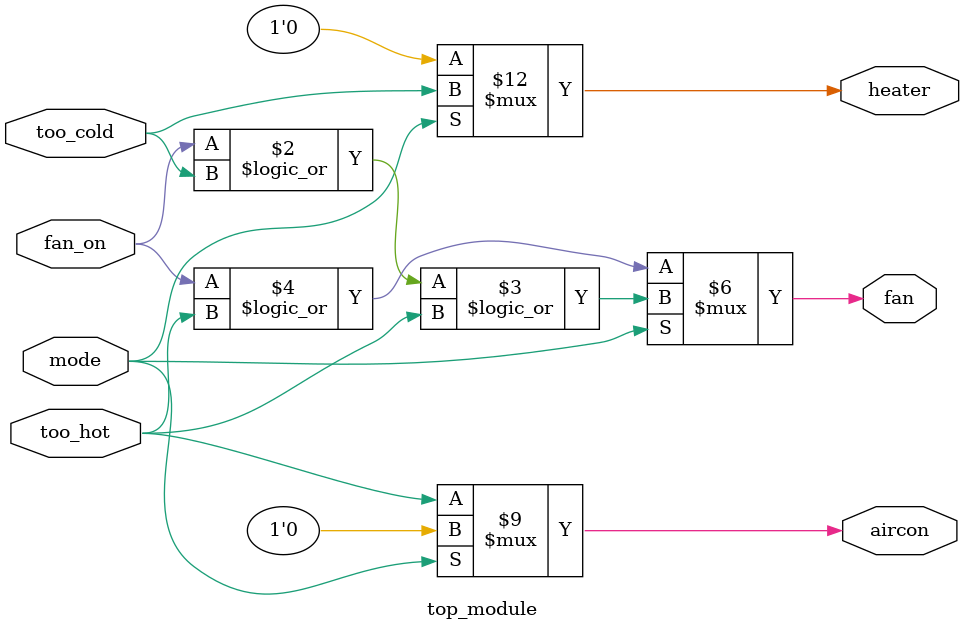
<source format=sv>
module top_module(
    input mode,
    input too_cold,
    input too_hot,
    input fan_on,
    output reg heater,
    output reg aircon,
    output reg fan
);

    always @(mode or too_cold or too_hot or fan_on) begin
        if (mode) begin
            heater = too_cold;
            aircon = 0;
            fan = fan_on || too_cold || too_hot;
        end else begin
            heater = 0;
            aircon = too_hot;
            fan = fan_on || too_hot;
        end
    end

endmodule

</source>
